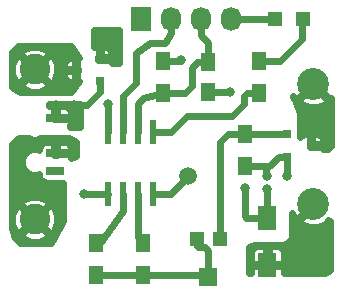
<source format=gtl>
G04 #@! TF.FileFunction,Copper,L1,Top,Signal*
%FSLAX46Y46*%
G04 Gerber Fmt 4.6, Leading zero omitted, Abs format (unit mm)*
G04 Created by KiCad (PCBNEW 4.0.3-stable) date 09/06/16 00:26:02*
%MOMM*%
%LPD*%
G01*
G04 APERTURE LIST*
%ADD10C,0.100000*%
%ADD11R,1.200000X1.200000*%
%ADD12C,2.600000*%
%ADD13R,1.600000X2.000000*%
%ADD14R,1.250000X1.500000*%
%ADD15C,2.700020*%
%ADD16R,1.727200X2.032000*%
%ADD17O,1.727200X2.032000*%
%ADD18R,0.800100X0.800100*%
%ADD19R,1.300000X1.500000*%
%ADD20R,1.600000X1.500000*%
%ADD21R,1.500000X0.700000*%
%ADD22R,0.600000X2.000000*%
%ADD23C,1.500000*%
%ADD24C,0.800000*%
%ADD25C,0.600000*%
%ADD26C,0.250000*%
G04 APERTURE END LIST*
D10*
D11*
X125300000Y-76900000D03*
X122900000Y-76900000D03*
D12*
X102600000Y-93850000D03*
X102600000Y-81150000D03*
D13*
X122300000Y-97700000D03*
X122300000Y-93700000D03*
D14*
X117300000Y-80550000D03*
X117300000Y-83050000D03*
D15*
X126200000Y-82400000D03*
X126200000Y-92560000D03*
D16*
X111600000Y-76900000D03*
D17*
X114140000Y-76900000D03*
X116680000Y-76900000D03*
X119220000Y-76900000D03*
D18*
X108100760Y-82150000D03*
X108100760Y-80250000D03*
X106101780Y-81200000D03*
X123999240Y-86650000D03*
X123999240Y-88550000D03*
X125998220Y-87600000D03*
D19*
X120400000Y-89350000D03*
X120400000Y-86650000D03*
X107800000Y-95850000D03*
X107800000Y-98550000D03*
X111800000Y-95850000D03*
X111800000Y-98550000D03*
X121600000Y-83150000D03*
X121600000Y-80450000D03*
X113500000Y-80450000D03*
X113500000Y-83150000D03*
D11*
X118300000Y-95500000D03*
X116300000Y-95500000D03*
D20*
X117300000Y-98750000D03*
D21*
X104350000Y-85250000D03*
X104350000Y-88250000D03*
X104350000Y-89750000D03*
D22*
X108795000Y-86500000D03*
X108795000Y-91700000D03*
X110065000Y-86500000D03*
X110065000Y-91700000D03*
X111335000Y-86500000D03*
X111335000Y-91700000D03*
X112605000Y-86500000D03*
X112605000Y-91700000D03*
D23*
X115600000Y-90200000D03*
D24*
X115000000Y-80400000D03*
X106800000Y-91700000D03*
X126000000Y-96700000D03*
X104400000Y-84200000D03*
X105900000Y-84200000D03*
X105900000Y-85300000D03*
X124000000Y-90200000D03*
X122300000Y-90200000D03*
X122300000Y-91300000D03*
X120400000Y-91200000D03*
X108800000Y-84100000D03*
X119100000Y-83100000D03*
X109300000Y-80200000D03*
X109300000Y-79200000D03*
X109300000Y-78100000D03*
X108100000Y-78100000D03*
X108100000Y-79100000D03*
D25*
X113500000Y-80450000D02*
X114950000Y-80450000D01*
X114950000Y-80450000D02*
X115000000Y-80400000D01*
X126200000Y-92560000D02*
X126200000Y-92800000D01*
X126200000Y-92800000D02*
X124900000Y-94100000D01*
X124900000Y-94100000D02*
X124900000Y-95600000D01*
X124900000Y-95600000D02*
X126000000Y-96700000D01*
X108795000Y-91700000D02*
X106800000Y-91700000D01*
X122300000Y-97700000D02*
X125000000Y-97700000D01*
X125000000Y-97700000D02*
X126000000Y-96700000D01*
X104350000Y-85250000D02*
X104350000Y-84250000D01*
X104350000Y-84250000D02*
X104400000Y-84200000D01*
X105900000Y-84200000D02*
X107000000Y-84200000D01*
X108100760Y-83099240D02*
X108100760Y-82150000D01*
X107000000Y-84200000D02*
X108100760Y-83099240D01*
X104350000Y-85250000D02*
X105850000Y-85250000D01*
X104350000Y-84650000D02*
X104350000Y-85250000D01*
X104800000Y-84200000D02*
X104350000Y-84650000D01*
X105900000Y-84200000D02*
X104800000Y-84200000D01*
X105850000Y-85250000D02*
X105900000Y-85300000D01*
X123999240Y-88550000D02*
X123999240Y-90199240D01*
X123999240Y-90199240D02*
X124000000Y-90200000D01*
X122300000Y-93700000D02*
X122300000Y-91300000D01*
X122200000Y-90100000D02*
X122200000Y-89350000D01*
X122300000Y-90200000D02*
X122200000Y-90100000D01*
X122300000Y-93700000D02*
X120500000Y-93700000D01*
X120400000Y-93600000D02*
X120400000Y-91200000D01*
X120500000Y-93700000D02*
X120400000Y-93600000D01*
X108795000Y-86500000D02*
X108795000Y-84105000D01*
X108795000Y-84105000D02*
X108800000Y-84100000D01*
X117300000Y-83050000D02*
X119050000Y-83050000D01*
X119050000Y-83050000D02*
X119100000Y-83100000D01*
X120400000Y-89350000D02*
X122200000Y-89350000D01*
X122200000Y-89350000D02*
X122450000Y-89350000D01*
X122450000Y-89350000D02*
X123250000Y-88550000D01*
X123250000Y-88550000D02*
X123999240Y-88550000D01*
X119220000Y-76900000D02*
X122900000Y-76900000D01*
X108100760Y-80250000D02*
X108100760Y-79100760D01*
X109300000Y-79200000D02*
X109300000Y-80200000D01*
X108100000Y-78100000D02*
X109300000Y-78100000D01*
X108100760Y-79100760D02*
X108100000Y-79100000D01*
X117300000Y-80550000D02*
X116350000Y-80550000D01*
X115350000Y-83150000D02*
X113500000Y-83150000D01*
X115900000Y-82600000D02*
X115350000Y-83150000D01*
X115900000Y-81000000D02*
X115900000Y-82600000D01*
X116350000Y-80550000D02*
X115900000Y-81000000D01*
X117300000Y-80550000D02*
X117300000Y-78900000D01*
X116680000Y-78280000D02*
X116680000Y-76900000D01*
X117300000Y-78900000D02*
X116680000Y-78280000D01*
X111335000Y-86500000D02*
X111335000Y-84065000D01*
X111751970Y-83574230D02*
X113500000Y-83150000D01*
X111335000Y-84065000D02*
X111751970Y-83574230D01*
X121600000Y-80450000D02*
X123350000Y-80450000D01*
X125200000Y-78600000D02*
X125200000Y-77000000D01*
X123350000Y-80450000D02*
X125200000Y-78600000D01*
X125200000Y-77000000D02*
X125300000Y-76900000D01*
X125998220Y-87600000D02*
X125998220Y-85001780D01*
X124800000Y-83800000D02*
X126200000Y-82400000D01*
X124800000Y-83803560D02*
X124800000Y-83800000D01*
X125998220Y-85001780D02*
X124800000Y-83803560D01*
X112605000Y-91700000D02*
X114100000Y-91700000D01*
X114100000Y-91700000D02*
X115600000Y-90200000D01*
X114140000Y-76900000D02*
X114140000Y-78060000D01*
X110065000Y-83435000D02*
X110065000Y-86500000D01*
X111200000Y-82300000D02*
X110065000Y-83435000D01*
X111200000Y-79800000D02*
X111200000Y-82300000D01*
X112400000Y-78900000D02*
X111200000Y-79800000D01*
X113600000Y-78900000D02*
X112400000Y-78900000D01*
X114140000Y-78060000D02*
X113600000Y-78900000D01*
X120400000Y-86650000D02*
X123999240Y-86650000D01*
X118300000Y-95500000D02*
X118300000Y-87300000D01*
X118950000Y-86650000D02*
X120400000Y-86650000D01*
X118300000Y-87300000D02*
X118950000Y-86650000D01*
X110065000Y-91700000D02*
X110065000Y-93135000D01*
X110065000Y-93135000D02*
X108150000Y-95850000D01*
X108150000Y-95850000D02*
X107800000Y-95850000D01*
X117300000Y-98750000D02*
X117300000Y-96500000D01*
X116300000Y-96100000D02*
X116300000Y-95500000D01*
X116400000Y-96200000D02*
X116300000Y-96100000D01*
X117000000Y-96200000D02*
X116400000Y-96200000D01*
X117300000Y-96500000D02*
X117000000Y-96200000D01*
X111800000Y-98550000D02*
X117100000Y-98550000D01*
X117100000Y-98550000D02*
X117300000Y-98750000D01*
X107800000Y-98550000D02*
X111800000Y-98550000D01*
X111335000Y-91700000D02*
X111335000Y-95385000D01*
X111335000Y-95385000D02*
X111800000Y-95850000D01*
X121600000Y-83150000D02*
X120550000Y-83150000D01*
X114100000Y-86500000D02*
X112605000Y-86500000D01*
X115500000Y-85100000D02*
X114100000Y-86500000D01*
X119300000Y-85100000D02*
X115500000Y-85100000D01*
X120300000Y-84100000D02*
X119300000Y-85100000D01*
X120300000Y-83400000D02*
X120300000Y-84100000D01*
X120550000Y-83150000D02*
X120300000Y-83400000D01*
X102650000Y-81200000D02*
X102600000Y-81150000D01*
D26*
X102650000Y-81200000D02*
X102600000Y-81150000D01*
D25*
G36*
X102380237Y-87099808D02*
X102817844Y-87100190D01*
X103060322Y-87000000D01*
X105529180Y-87000000D01*
X106100000Y-87285410D01*
X106100000Y-88506826D01*
X105700000Y-88688644D01*
X105700000Y-88500000D01*
X105550000Y-88350000D01*
X104450000Y-88350000D01*
X104450000Y-88370000D01*
X104250000Y-88370000D01*
X104250000Y-88350000D01*
X104230000Y-88350000D01*
X104230000Y-88150000D01*
X104250000Y-88150000D01*
X104250000Y-87450000D01*
X104450000Y-87450000D01*
X104450000Y-88150000D01*
X105550000Y-88150000D01*
X105700000Y-88000000D01*
X105700000Y-87780653D01*
X105608656Y-87560128D01*
X105439873Y-87391345D01*
X105219348Y-87300000D01*
X104600000Y-87300000D01*
X104450000Y-87450000D01*
X104250000Y-87450000D01*
X104100000Y-87300000D01*
X103480652Y-87300000D01*
X103260127Y-87391345D01*
X103091344Y-87560128D01*
X103000000Y-87780653D01*
X103000000Y-87975033D01*
X102819763Y-87900192D01*
X102382156Y-87899810D01*
X101977714Y-88066922D01*
X101668009Y-88376087D01*
X101500192Y-88780237D01*
X101499810Y-89217844D01*
X101666922Y-89622286D01*
X101976087Y-89931991D01*
X102380237Y-90099808D01*
X102817844Y-90100190D01*
X102937266Y-90050846D01*
X102937266Y-90100000D01*
X102982590Y-90340876D01*
X103124947Y-90562105D01*
X103342159Y-90710520D01*
X103600000Y-90762734D01*
X105000000Y-90762734D01*
X105000000Y-94026186D01*
X104018479Y-95900000D01*
X101350000Y-95900000D01*
X100869210Y-95258946D01*
X100843724Y-95182488D01*
X101408933Y-95182488D01*
X101543749Y-95473935D01*
X102245604Y-95754530D01*
X103001413Y-95745178D01*
X103656251Y-95473935D01*
X103791067Y-95182488D01*
X102600000Y-93991421D01*
X101408933Y-95182488D01*
X100843724Y-95182488D01*
X100650500Y-94602817D01*
X100650500Y-93495604D01*
X100695470Y-93495604D01*
X100704822Y-94251413D01*
X100976065Y-94906251D01*
X101267512Y-95041067D01*
X102458579Y-93850000D01*
X102741421Y-93850000D01*
X103932488Y-95041067D01*
X104223935Y-94906251D01*
X104504530Y-94204396D01*
X104495178Y-93448587D01*
X104223935Y-92793749D01*
X103932488Y-92658933D01*
X102741421Y-93850000D01*
X102458579Y-93850000D01*
X101267512Y-92658933D01*
X100976065Y-92793749D01*
X100695470Y-93495604D01*
X100650500Y-93495604D01*
X100650500Y-92517512D01*
X101408933Y-92517512D01*
X102600000Y-93708579D01*
X103791067Y-92517512D01*
X103656251Y-92226065D01*
X102954396Y-91945470D01*
X102198587Y-91954822D01*
X101543749Y-92226065D01*
X101408933Y-92517512D01*
X100650500Y-92517512D01*
X100650500Y-87450847D01*
X101294568Y-87000000D01*
X102139872Y-87000000D01*
X102380237Y-87099808D01*
X102380237Y-87099808D01*
G37*
X102380237Y-87099808D02*
X102817844Y-87100190D01*
X103060322Y-87000000D01*
X105529180Y-87000000D01*
X106100000Y-87285410D01*
X106100000Y-88506826D01*
X105700000Y-88688644D01*
X105700000Y-88500000D01*
X105550000Y-88350000D01*
X104450000Y-88350000D01*
X104450000Y-88370000D01*
X104250000Y-88370000D01*
X104250000Y-88350000D01*
X104230000Y-88350000D01*
X104230000Y-88150000D01*
X104250000Y-88150000D01*
X104250000Y-87450000D01*
X104450000Y-87450000D01*
X104450000Y-88150000D01*
X105550000Y-88150000D01*
X105700000Y-88000000D01*
X105700000Y-87780653D01*
X105608656Y-87560128D01*
X105439873Y-87391345D01*
X105219348Y-87300000D01*
X104600000Y-87300000D01*
X104450000Y-87450000D01*
X104250000Y-87450000D01*
X104100000Y-87300000D01*
X103480652Y-87300000D01*
X103260127Y-87391345D01*
X103091344Y-87560128D01*
X103000000Y-87780653D01*
X103000000Y-87975033D01*
X102819763Y-87900192D01*
X102382156Y-87899810D01*
X101977714Y-88066922D01*
X101668009Y-88376087D01*
X101500192Y-88780237D01*
X101499810Y-89217844D01*
X101666922Y-89622286D01*
X101976087Y-89931991D01*
X102380237Y-90099808D01*
X102817844Y-90100190D01*
X102937266Y-90050846D01*
X102937266Y-90100000D01*
X102982590Y-90340876D01*
X103124947Y-90562105D01*
X103342159Y-90710520D01*
X103600000Y-90762734D01*
X105000000Y-90762734D01*
X105000000Y-94026186D01*
X104018479Y-95900000D01*
X101350000Y-95900000D01*
X100869210Y-95258946D01*
X100843724Y-95182488D01*
X101408933Y-95182488D01*
X101543749Y-95473935D01*
X102245604Y-95754530D01*
X103001413Y-95745178D01*
X103656251Y-95473935D01*
X103791067Y-95182488D01*
X102600000Y-93991421D01*
X101408933Y-95182488D01*
X100843724Y-95182488D01*
X100650500Y-94602817D01*
X100650500Y-93495604D01*
X100695470Y-93495604D01*
X100704822Y-94251413D01*
X100976065Y-94906251D01*
X101267512Y-95041067D01*
X102458579Y-93850000D01*
X102741421Y-93850000D01*
X103932488Y-95041067D01*
X104223935Y-94906251D01*
X104504530Y-94204396D01*
X104495178Y-93448587D01*
X104223935Y-92793749D01*
X103932488Y-92658933D01*
X102741421Y-93850000D01*
X102458579Y-93850000D01*
X101267512Y-92658933D01*
X100976065Y-92793749D01*
X100695470Y-93495604D01*
X100650500Y-93495604D01*
X100650500Y-92517512D01*
X101408933Y-92517512D01*
X102600000Y-93708579D01*
X103791067Y-92517512D01*
X103656251Y-92226065D01*
X102954396Y-91945470D01*
X102198587Y-91954822D01*
X101543749Y-92226065D01*
X101408933Y-92517512D01*
X100650500Y-92517512D01*
X100650500Y-87450847D01*
X101294568Y-87000000D01*
X102139872Y-87000000D01*
X102380237Y-87099808D01*
G36*
X106359865Y-80199950D02*
X106351780Y-80199950D01*
X106201780Y-80349950D01*
X106201780Y-81100000D01*
X106221780Y-81100000D01*
X106221780Y-81300000D01*
X106201780Y-81300000D01*
X106201780Y-82050050D01*
X106314830Y-82163100D01*
X105645615Y-83100000D01*
X101387360Y-83100000D01*
X100650500Y-82631089D01*
X100650500Y-82482488D01*
X101408933Y-82482488D01*
X101543749Y-82773935D01*
X102245604Y-83054530D01*
X103001413Y-83045178D01*
X103656251Y-82773935D01*
X103791067Y-82482488D01*
X102600000Y-81291421D01*
X101408933Y-82482488D01*
X100650500Y-82482488D01*
X100650500Y-80795604D01*
X100695470Y-80795604D01*
X100704822Y-81551413D01*
X100976065Y-82206251D01*
X101267512Y-82341067D01*
X102458579Y-81150000D01*
X102741421Y-81150000D01*
X103932488Y-82341067D01*
X104223935Y-82206251D01*
X104504530Y-81504396D01*
X104503857Y-81450000D01*
X105101730Y-81450000D01*
X105101730Y-81719397D01*
X105193074Y-81939922D01*
X105361857Y-82108705D01*
X105582382Y-82200050D01*
X105851780Y-82200050D01*
X106001780Y-82050050D01*
X106001780Y-81300000D01*
X105251730Y-81300000D01*
X105101730Y-81450000D01*
X104503857Y-81450000D01*
X104495178Y-80748587D01*
X104467019Y-80680603D01*
X105101730Y-80680603D01*
X105101730Y-80950000D01*
X105251730Y-81100000D01*
X106001780Y-81100000D01*
X106001780Y-80349950D01*
X105851780Y-80199950D01*
X105582382Y-80199950D01*
X105361857Y-80291295D01*
X105193074Y-80460078D01*
X105101730Y-80680603D01*
X104467019Y-80680603D01*
X104223935Y-80093749D01*
X103932488Y-79958933D01*
X102741421Y-81150000D01*
X102458579Y-81150000D01*
X101267512Y-79958933D01*
X100976065Y-80093749D01*
X100695470Y-80795604D01*
X100650500Y-80795604D01*
X100650500Y-79817512D01*
X101408933Y-79817512D01*
X102600000Y-81008579D01*
X103791067Y-79817512D01*
X103656251Y-79526065D01*
X102954396Y-79245470D01*
X102198587Y-79254822D01*
X101543749Y-79526065D01*
X101408933Y-79817512D01*
X100650500Y-79817512D01*
X100650500Y-79700942D01*
X101214060Y-79200000D01*
X105645615Y-79200000D01*
X106359865Y-80199950D01*
X106359865Y-80199950D01*
G37*
X106359865Y-80199950D02*
X106351780Y-80199950D01*
X106201780Y-80349950D01*
X106201780Y-81100000D01*
X106221780Y-81100000D01*
X106221780Y-81300000D01*
X106201780Y-81300000D01*
X106201780Y-82050050D01*
X106314830Y-82163100D01*
X105645615Y-83100000D01*
X101387360Y-83100000D01*
X100650500Y-82631089D01*
X100650500Y-82482488D01*
X101408933Y-82482488D01*
X101543749Y-82773935D01*
X102245604Y-83054530D01*
X103001413Y-83045178D01*
X103656251Y-82773935D01*
X103791067Y-82482488D01*
X102600000Y-81291421D01*
X101408933Y-82482488D01*
X100650500Y-82482488D01*
X100650500Y-80795604D01*
X100695470Y-80795604D01*
X100704822Y-81551413D01*
X100976065Y-82206251D01*
X101267512Y-82341067D01*
X102458579Y-81150000D01*
X102741421Y-81150000D01*
X103932488Y-82341067D01*
X104223935Y-82206251D01*
X104504530Y-81504396D01*
X104503857Y-81450000D01*
X105101730Y-81450000D01*
X105101730Y-81719397D01*
X105193074Y-81939922D01*
X105361857Y-82108705D01*
X105582382Y-82200050D01*
X105851780Y-82200050D01*
X106001780Y-82050050D01*
X106001780Y-81300000D01*
X105251730Y-81300000D01*
X105101730Y-81450000D01*
X104503857Y-81450000D01*
X104495178Y-80748587D01*
X104467019Y-80680603D01*
X105101730Y-80680603D01*
X105101730Y-80950000D01*
X105251730Y-81100000D01*
X106001780Y-81100000D01*
X106001780Y-80349950D01*
X105851780Y-80199950D01*
X105582382Y-80199950D01*
X105361857Y-80291295D01*
X105193074Y-80460078D01*
X105101730Y-80680603D01*
X104467019Y-80680603D01*
X104223935Y-80093749D01*
X103932488Y-79958933D01*
X102741421Y-81150000D01*
X102458579Y-81150000D01*
X101267512Y-79958933D01*
X100976065Y-80093749D01*
X100695470Y-80795604D01*
X100650500Y-80795604D01*
X100650500Y-79817512D01*
X101408933Y-79817512D01*
X102600000Y-81008579D01*
X103791067Y-79817512D01*
X103656251Y-79526065D01*
X102954396Y-79245470D01*
X102198587Y-79254822D01*
X101543749Y-79526065D01*
X101408933Y-79817512D01*
X100650500Y-79817512D01*
X100650500Y-79700942D01*
X101214060Y-79200000D01*
X105645615Y-79200000D01*
X106359865Y-80199950D01*
G36*
X106400000Y-86000000D02*
X105548528Y-86000000D01*
X105608656Y-85939872D01*
X105700000Y-85719347D01*
X105700000Y-85500000D01*
X105550000Y-85350000D01*
X104450000Y-85350000D01*
X104450000Y-85370000D01*
X104250000Y-85370000D01*
X104250000Y-85350000D01*
X104230000Y-85350000D01*
X104230000Y-85150000D01*
X104250000Y-85150000D01*
X104250000Y-84450000D01*
X104450000Y-84450000D01*
X104450000Y-85150000D01*
X105550000Y-85150000D01*
X105700000Y-85000000D01*
X105700000Y-84780653D01*
X105608656Y-84560128D01*
X105439873Y-84391345D01*
X105219348Y-84300000D01*
X104600000Y-84300000D01*
X104450000Y-84450000D01*
X104250000Y-84450000D01*
X104100000Y-84300000D01*
X103800000Y-84300000D01*
X103800000Y-84100000D01*
X106400000Y-84100000D01*
X106400000Y-86000000D01*
X106400000Y-86000000D01*
G37*
X106400000Y-86000000D02*
X105548528Y-86000000D01*
X105608656Y-85939872D01*
X105700000Y-85719347D01*
X105700000Y-85500000D01*
X105550000Y-85350000D01*
X104450000Y-85350000D01*
X104450000Y-85370000D01*
X104250000Y-85370000D01*
X104250000Y-85350000D01*
X104230000Y-85350000D01*
X104230000Y-85150000D01*
X104250000Y-85150000D01*
X104250000Y-84450000D01*
X104450000Y-84450000D01*
X104450000Y-85150000D01*
X105550000Y-85150000D01*
X105700000Y-85000000D01*
X105700000Y-84780653D01*
X105608656Y-84560128D01*
X105439873Y-84391345D01*
X105219348Y-84300000D01*
X104600000Y-84300000D01*
X104450000Y-84450000D01*
X104250000Y-84450000D01*
X104100000Y-84300000D01*
X103800000Y-84300000D01*
X103800000Y-84100000D01*
X106400000Y-84100000D01*
X106400000Y-86000000D01*
G36*
X124972823Y-93928599D02*
X125113738Y-94225241D01*
X125833685Y-94514176D01*
X126609399Y-94505606D01*
X127286262Y-94225241D01*
X127427176Y-93928600D01*
X127531011Y-94032435D01*
X127600000Y-93963446D01*
X127600000Y-98139445D01*
X127209168Y-98400000D01*
X123700000Y-98400000D01*
X123700000Y-97950000D01*
X123550000Y-97800000D01*
X122400000Y-97800000D01*
X122400000Y-97820000D01*
X122200000Y-97820000D01*
X122200000Y-97800000D01*
X121050000Y-97800000D01*
X120900000Y-97950000D01*
X120900000Y-98400000D01*
X120700000Y-98400000D01*
X120700000Y-96580653D01*
X120900000Y-96580653D01*
X120900000Y-97450000D01*
X121050000Y-97600000D01*
X122200000Y-97600000D01*
X122200000Y-96250000D01*
X122400000Y-96250000D01*
X122400000Y-97600000D01*
X123550000Y-97600000D01*
X123700000Y-97450000D01*
X123700000Y-96580653D01*
X123608656Y-96360128D01*
X123439873Y-96191345D01*
X123219348Y-96100000D01*
X122550000Y-96100000D01*
X122400000Y-96250000D01*
X122200000Y-96250000D01*
X122050000Y-96100000D01*
X121380652Y-96100000D01*
X121160127Y-96191345D01*
X120991344Y-96360128D01*
X120900000Y-96580653D01*
X120700000Y-96580653D01*
X120700000Y-96207900D01*
X121254401Y-96000000D01*
X123700000Y-96000000D01*
X123816717Y-95976364D01*
X123912132Y-95912132D01*
X124312132Y-95512132D01*
X124377950Y-95412888D01*
X124400000Y-95300000D01*
X124400000Y-93320924D01*
X124534759Y-93646262D01*
X124831401Y-93787177D01*
X125718579Y-92900000D01*
X126001421Y-92900000D01*
X124972823Y-93928599D01*
X124972823Y-93928599D01*
G37*
X124972823Y-93928599D02*
X125113738Y-94225241D01*
X125833685Y-94514176D01*
X126609399Y-94505606D01*
X127286262Y-94225241D01*
X127427176Y-93928600D01*
X127531011Y-94032435D01*
X127600000Y-93963446D01*
X127600000Y-98139445D01*
X127209168Y-98400000D01*
X123700000Y-98400000D01*
X123700000Y-97950000D01*
X123550000Y-97800000D01*
X122400000Y-97800000D01*
X122400000Y-97820000D01*
X122200000Y-97820000D01*
X122200000Y-97800000D01*
X121050000Y-97800000D01*
X120900000Y-97950000D01*
X120900000Y-98400000D01*
X120700000Y-98400000D01*
X120700000Y-96580653D01*
X120900000Y-96580653D01*
X120900000Y-97450000D01*
X121050000Y-97600000D01*
X122200000Y-97600000D01*
X122200000Y-96250000D01*
X122400000Y-96250000D01*
X122400000Y-97600000D01*
X123550000Y-97600000D01*
X123700000Y-97450000D01*
X123700000Y-96580653D01*
X123608656Y-96360128D01*
X123439873Y-96191345D01*
X123219348Y-96100000D01*
X122550000Y-96100000D01*
X122400000Y-96250000D01*
X122200000Y-96250000D01*
X122050000Y-96100000D01*
X121380652Y-96100000D01*
X121160127Y-96191345D01*
X120991344Y-96360128D01*
X120900000Y-96580653D01*
X120700000Y-96580653D01*
X120700000Y-96207900D01*
X121254401Y-96000000D01*
X123700000Y-96000000D01*
X123816717Y-95976364D01*
X123912132Y-95912132D01*
X124312132Y-95512132D01*
X124377950Y-95412888D01*
X124400000Y-95300000D01*
X124400000Y-93320924D01*
X124534759Y-93646262D01*
X124831401Y-93787177D01*
X125718579Y-92900000D01*
X126001421Y-92900000D01*
X124972823Y-93928599D01*
G36*
X109700000Y-80600000D02*
X109100810Y-80600000D01*
X109100810Y-80500000D01*
X108950810Y-80350000D01*
X108200760Y-80350000D01*
X108200760Y-80370000D01*
X108000760Y-80370000D01*
X108000760Y-80350000D01*
X107980760Y-80350000D01*
X107980760Y-80150000D01*
X108000760Y-80150000D01*
X108000760Y-79399950D01*
X108200760Y-79399950D01*
X108200760Y-80150000D01*
X108950810Y-80150000D01*
X109100810Y-80000000D01*
X109100810Y-79730603D01*
X109009466Y-79510078D01*
X108840683Y-79341295D01*
X108620158Y-79249950D01*
X108350760Y-79249950D01*
X108200760Y-79399950D01*
X108000760Y-79399950D01*
X107850760Y-79249950D01*
X107600000Y-79249950D01*
X107600000Y-77800000D01*
X109700000Y-77800000D01*
X109700000Y-80600000D01*
X109700000Y-80600000D01*
G37*
X109700000Y-80600000D02*
X109100810Y-80600000D01*
X109100810Y-80500000D01*
X108950810Y-80350000D01*
X108200760Y-80350000D01*
X108200760Y-80370000D01*
X108000760Y-80370000D01*
X108000760Y-80350000D01*
X107980760Y-80350000D01*
X107980760Y-80150000D01*
X108000760Y-80150000D01*
X108000760Y-79399950D01*
X108200760Y-79399950D01*
X108200760Y-80150000D01*
X108950810Y-80150000D01*
X109100810Y-80000000D01*
X109100810Y-79730603D01*
X109009466Y-79510078D01*
X108840683Y-79341295D01*
X108620158Y-79249950D01*
X108350760Y-79249950D01*
X108200760Y-79399950D01*
X108000760Y-79399950D01*
X107850760Y-79249950D01*
X107600000Y-79249950D01*
X107600000Y-77800000D01*
X109700000Y-77800000D01*
X109700000Y-80600000D01*
G36*
X127568599Y-83627177D02*
X127700000Y-83564757D01*
X127700000Y-87655812D01*
X127394765Y-87900000D01*
X126998270Y-87900000D01*
X126998270Y-87850000D01*
X126848270Y-87700000D01*
X126098220Y-87700000D01*
X126098220Y-87720000D01*
X125898220Y-87720000D01*
X125898220Y-87700000D01*
X125878220Y-87700000D01*
X125878220Y-87500000D01*
X125898220Y-87500000D01*
X125898220Y-86749950D01*
X126098220Y-86749950D01*
X126098220Y-87500000D01*
X126848270Y-87500000D01*
X126998270Y-87350000D01*
X126998270Y-87080603D01*
X126906926Y-86860078D01*
X126738143Y-86691295D01*
X126517618Y-86599950D01*
X126248220Y-86599950D01*
X126098220Y-86749950D01*
X125898220Y-86749950D01*
X125748220Y-86599950D01*
X125478822Y-86599950D01*
X125258297Y-86691295D01*
X125100000Y-86849592D01*
X125100000Y-85000000D01*
X125075744Y-84881824D01*
X124598648Y-83768599D01*
X124972823Y-83768599D01*
X125113738Y-84065241D01*
X125833685Y-84354176D01*
X126609399Y-84345606D01*
X127286262Y-84065241D01*
X127427177Y-83768599D01*
X126200000Y-82541421D01*
X124972823Y-83768599D01*
X124598648Y-83768599D01*
X124500000Y-83538421D01*
X124500000Y-83402346D01*
X124534759Y-83486262D01*
X124831401Y-83627177D01*
X125958579Y-82500000D01*
X126441421Y-82500000D01*
X127568599Y-83627177D01*
X127568599Y-83627177D01*
G37*
X127568599Y-83627177D02*
X127700000Y-83564757D01*
X127700000Y-87655812D01*
X127394765Y-87900000D01*
X126998270Y-87900000D01*
X126998270Y-87850000D01*
X126848270Y-87700000D01*
X126098220Y-87700000D01*
X126098220Y-87720000D01*
X125898220Y-87720000D01*
X125898220Y-87700000D01*
X125878220Y-87700000D01*
X125878220Y-87500000D01*
X125898220Y-87500000D01*
X125898220Y-86749950D01*
X126098220Y-86749950D01*
X126098220Y-87500000D01*
X126848270Y-87500000D01*
X126998270Y-87350000D01*
X126998270Y-87080603D01*
X126906926Y-86860078D01*
X126738143Y-86691295D01*
X126517618Y-86599950D01*
X126248220Y-86599950D01*
X126098220Y-86749950D01*
X125898220Y-86749950D01*
X125748220Y-86599950D01*
X125478822Y-86599950D01*
X125258297Y-86691295D01*
X125100000Y-86849592D01*
X125100000Y-85000000D01*
X125075744Y-84881824D01*
X124598648Y-83768599D01*
X124972823Y-83768599D01*
X125113738Y-84065241D01*
X125833685Y-84354176D01*
X126609399Y-84345606D01*
X127286262Y-84065241D01*
X127427177Y-83768599D01*
X126200000Y-82541421D01*
X124972823Y-83768599D01*
X124598648Y-83768599D01*
X124500000Y-83538421D01*
X124500000Y-83402346D01*
X124534759Y-83486262D01*
X124831401Y-83627177D01*
X125958579Y-82500000D01*
X126441421Y-82500000D01*
X127568599Y-83627177D01*
M02*

</source>
